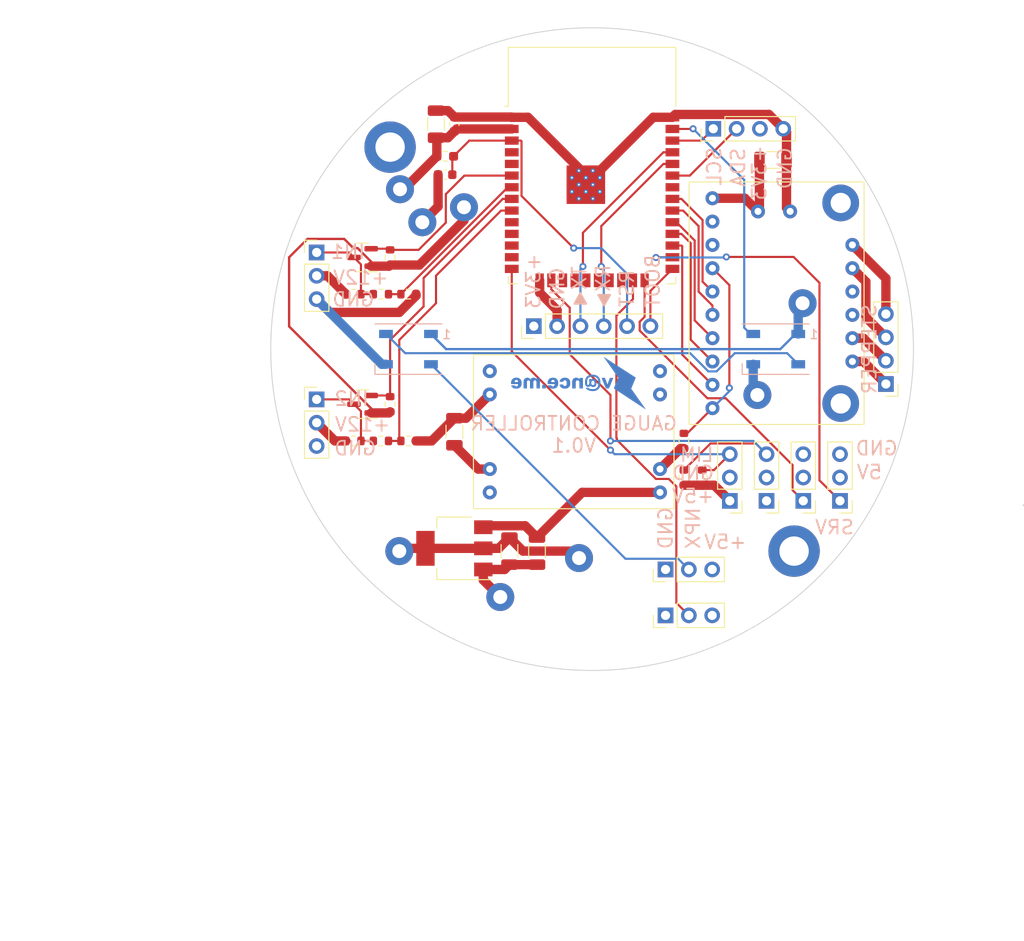
<source format=kicad_pcb>
(kicad_pcb (version 20211014) (generator pcbnew)
  (layers (0 "F.Cu" signal) (1 "In1.Cu" signal) (2 "In2.Cu" signal) (31 "B.Cu" signal) (34 "B.Paste" user) (35 "F.Paste" user) (36 "B.SilkS" user "B.Silkscreen") (37 "F.SilkS" user "F.Silkscreen") (38 "B.Mask" user) (39 "F.Mask" user) (44 "Edge.Cuts" user))
  (net 0 "")
  (net 1 "+12V")
  (net 2 "GND")
  (net 3 "+5V")
  (net 4 "+3V3")
  (net 5 "RESET")
  (net 6 "Net-(D1-Pad2)")
  (net 7 "NPX1")
  (net 8 "Net-(D2-Pad2)")
  (net 9 "SERVO_1")
  (net 10 "SERVO_2")
  (net 11 "SCL")
  (net 12 "SDA")
  (net 13 "Net-(J6-Pad1)")
  (net 14 "Net-(J8-Pad1)")
  (net 15 "TXDO_PROG")
  (net 16 "RXDI_PROG")
  (net 17 "BOOT")
  (net 18 "LOGIC_IN_1")
  (net 19 "LOGIC_IN_2")
  (net 20 "Net-(J5-Pad1)")
  (net 21 "ANALOG_IN_1")
  (net 22 "ANALOG_IN_2")
  (net 23 "B_IN_2")
  (net 24 "B_IN_1")
  (net 25 "STANDBY")
  (net 26 "A_IN_1")
  (net 27 "A_IN_2")
  (net 41 "LIMIT_1")
  (net 42 "LIMIT_2")
  (net 43 "Net-(J5-Pad2)")
  (net 44 "Net-(J5-Pad3)")
  (net 45 "Net-(J5-Pad4)")
  (net 46 "Net-(R1-Pad2)")
  (net 47 "NPX2")
  (footprint "Package_TO_SOT_SMD:SOT-23" (layer "F.Cu") (at 125 90.015 180)
    (fp_text reference "Q1" hide)
    (fp_text value "2N7002" hide)
  )
  (footprint "Connector_PinHeader_2.54mm:PinHeader_1x03_P2.54mm_Vertical" (layer "F.Cu") (at 177 116.525 180)
    (fp_text reference "J3" hide)
    (fp_text value "Servo 2" hide)
  )
  (footprint "Package_TO_SOT_SMD:SOT-223-3_TabPin2" (layer "F.Cu") (at 135 121.7 180)
    (fp_text reference "U2" hide)
    (fp_text value "AMS1117-3.3" hide)
  )
  (footprint "Capacitor_SMD:C_1206_3216Metric" (layer "F.Cu") (at 144 122 -90)
    (fp_text reference "C2" hide)
    (fp_text value "10u" hide)
  )
  (footprint "Connector_PinHeader_2.54mm:PinHeader_1x03_P2.54mm_Vertical" (layer "F.Cu") (at 158 129 90)
    (fp_text reference "J7" hide)
    (fp_text value "NPX2" hide)
  )
  (footprint "Connector_PinHeader_2.54mm:PinHeader_1x04_P2.54mm_Vertical" (layer "F.Cu") (at 163.2 76 90)
    (fp_text reference "J4" hide)
    (fp_text value "I2C" hide)
  )
  (footprint "Capacitor_SMD:C_1206_3216Metric" (layer "F.Cu") (at 141 122 -90)
    (fp_text reference "C3" hide)
    (fp_text value "10u" hide)
  )
  (footprint "MP1584:MP1584" (layer "F.Cu") (at 148 109)
    (fp_text reference "U1" hide)
    (fp_text value "MP1584" hide)
  )
  (footprint "Resistor_SMD:R_0603_1608Metric" (layer "F.Cu") (at 128 90.015 90)
    (fp_text reference "R3" hide)
    (fp_text value "10k" hide)
  )
  (footprint "Resistor_SMD:R_0603_1608Metric" (layer "F.Cu") (at 160 114 90)
    (fp_text reference "R12" hide)
    (fp_text value "10k" hide)
  )
  (footprint "Connector_PinHeader_2.54mm:PinHeader_1x03_P2.54mm_Vertical" (layer "F.Cu") (at 120 105.475)
    (fp_text reference "J8" hide)
    (fp_text value "INPUT_2" hide)
  )
  (footprint "Connector_PinHeader_2.54mm:PinHeader_1x03_P2.54mm_Vertical" (layer "F.Cu") (at 158 124 90)
    (fp_text reference "J12" hide)
    (fp_text value "NPX1" hide)
  )
  (footprint "Resistor_SMD:R_0603_1608Metric_Pad0.98x0.95mm_HandSolder" (layer "F.Cu") (at 134 79 180)
    (fp_text reference "R10" hide)
    (fp_text value "10k" hide)
  )
  (footprint "MountingHole:MountingHole_3.2mm_M3_DIN965_Pad" (layer "F.Cu") (at 172 122)
    (fp_text reference "REF**" hide)
    (fp_text value "MountingHole_3.2mm_M3_DIN965_Pad" hide)
  )
  (footprint "Connector_PinHeader_2.54mm:PinHeader_1x03_P2.54mm_Vertical" (layer "F.Cu") (at 173 116.525 180)
    (fp_text reference "J1" hide)
    (fp_text value "Servo 1" hide)
  )
  (footprint "Connector_PinHeader_2.54mm:PinHeader_1x06_P2.54mm_Vertical" (layer "F.Cu") (at 143.65 97.5 90)
    (fp_text reference "J9" hide)
    (fp_text value "PROG" hide)
  )
  (footprint "Resistor_SMD:R_0603_1608Metric" (layer "F.Cu") (at 162 114 90)
    (fp_text reference "R11" hide)
    (fp_text value "10k" hide)
  )
  (footprint "MountingHole:MountingHole_3.2mm_M3_DIN965_Pad" (layer "F.Cu") (at 128 78)
    (fp_text reference "REF**" hide)
    (fp_text value "MountingHole_3.2mm_M3_DIN965_Pad" hide)
  )
  (footprint "Connector_PinHeader_2.54mm:PinHeader_1x04_P2.54mm_Vertical" (layer "F.Cu") (at 182 103.8 180)
    (fp_text reference "J5" hide)
    (fp_text value "STEPPER" hide)
  )
  (footprint "Capacitor_SMD:C_1206_3216Metric" (layer "F.Cu") (at 133 75.5 90)
    (fp_text reference "C5" hide)
    (fp_text value "10u" hide)
  )
  (footprint "Resistor_SMD:R_0603_1608Metric" (layer "F.Cu") (at 124 110)
    (fp_text reference "R6" hide)
    (fp_text value "10k" hide)
  )
  (footprint "Connector_PinHeader_2.54mm:PinHeader_1x03_P2.54mm_Vertical" (layer "F.Cu") (at 169 116.525 180)
    (fp_text reference "J11" hide)
    (fp_text value "LIM2" hide)
  )
  (footprint "Connector_PinHeader_2.54mm:PinHeader_1x03_P2.54mm_Vertical" (layer "F.Cu") (at 120 89.475)
    (fp_text reference "J6" hide)
    (fp_text value "INPUT_1" hide)
  )
  (footprint "Resistor_SMD:R_0603_1608Metric" (layer "F.Cu") (at 128 106 90)
    (fp_text reference "R7" hide)
    (fp_text value "10k" hide)
  )
  (footprint "Resistor_SMD:R_0603_1608Metric" (layer "F.Cu") (at 127 94.015)
    (fp_text reference "R4" hide)
    (fp_text value "10k" hide)
  )
  (footprint "RF_Module:ESP32-WROOM-32" (layer "F.Cu") (at 150 83)
    (fp_text reference "U4" hide)
    (fp_text value "ESP32-WROOM-32D" hide)
  )
  (footprint "Resistor_SMD:R_0603_1608Metric" (layer "F.Cu") (at 130 94.015)
    (fp_text reference "R5" hide)
    (fp_text value "2k7" hide)
  )
  (footprint "Capacitor_SMD:C_1206_3216Metric" (layer "F.Cu") (at 169.7 79.4)
    (fp_text reference "C4" hide)
    (fp_text value "10u" hide)
  )
  (footprint "Capacitor_SMD:C_0603_1608Metric" (layer "F.Cu") (at 135 75.5 90)
    (fp_text reference "C6" hide)
    (fp_text value "100n" hide)
  )
  (footprint "Resistor_SMD:R_0603_1608Metric" (layer "F.Cu") (at 160 110 90)
    (fp_text reference "R1" hide)
    (fp_text value "10k" hide)
  )
  (footprint "Resistor_SMD:R_0603_1608Metric" (layer "F.Cu") (at 127 110)
    (fp_text reference "R8" hide)
    (fp_text value "10k" hide)
  )
  (footprint "Resistor_SMD:R_0603_1608Metric" (layer "F.Cu") (at 124 94.015)
    (fp_text reference "R2" hide)
    (fp_text value "10k" hide)
  )
  (footprint "Adafruit_TB6612:Adafruit_TB6612" (layer "F.Cu") (at 160.57 95)
    (fp_text reference "U3" hide)
    (fp_text value "Adafruit_TB6612" hide)
  )
  (footprint "Package_TO_SOT_SMD:SOT-23" (layer "F.Cu") (at 125 106 180)
    (fp_text reference "Q2" hide)
    (fp_text value "2N7002" hide)
  )
  (footprint "Capacitor_SMD:C_0603_1608Metric" (layer "F.Cu") (at 134 81 180)
    (fp_text reference "C7" hide)
    (fp_text value "1u" hide)
  )
  (footprint "Capacitor_SMD:C_1206_3216Metric" (layer "F.Cu") (at 135 109 90)
    (fp_text reference "C1" hide)
    (fp_text value "10u" hide)
  )
  (footprint "Resistor_SMD:R_0603_1608Metric" (layer "F.Cu") (at 130 110)
    (fp_text reference "R9" hide)
    (fp_text value "2k7" hide)
  )
  (footprint "Connector_PinHeader_2.54mm:PinHeader_1x03_P2.54mm_Vertical" (layer "F.Cu") (at 165 116.525 180)
    (fp_text reference "J10" hide)
    (fp_text value "LIM1" hide)
  )
  (footprint "v_logo:v_logo_15mm" (layer "B.Cu") (at 156 100.7 180)
    (fp_text reference "REF**" hide)
    (fp_text value "v_logo_15mm" hide)
  )
  (footprint "LED_SMD:LED_WS2812B_PLCC4_5.0x5.0mm_P3.2mm" (layer "B.Cu") (at 130 100 180)
    (fp_text reference "D2" hide)
    (fp_text value "WS2812B" hide)
  )
  (footprint "LED_SMD:LED_WS2812B_PLCC4_5.0x5.0mm_P3.2mm" (layer "B.Cu") (at 170 100 180)
    (fp_text reference "D1" hide)
    (fp_text value "WS2812B" hide)
  )
  (gr_circle (center 150 100) (end 185 100) (layer "Edge.Cuts") (width 0.1) (fill none))
  (gr_circle (center 197 117) (end 197 117) (layer "Edge.Cuts") (width 0.1) (fill none))
  (gr_text "GND" (at 124 94.6) (layer "B.SilkS") (effects (font (size 1.5 1.5) (thickness 0.2)) (justify mirror)))
  (gr_text "BOOT" (at 156.6 92.6 90) (layer "B.SilkS") (effects (font (size 1.5 1.5) (thickness 0.2)) (justify mirror)))
  (gr_text "+12V" (at 124.8 92.2) (layer "B.SilkS") (effects (font (size 1.5 1.5) (thickness 0.2)) (justify mirror)))
  (gr_text "+3V3" (at 143.6 92.6 90) (layer "B.SilkS") (effects (font (size 1.5 1.5) (thickness 0.2)) (justify mirror)))
  (gr_text "GND" (at 171 80.3 90) (layer "B.SilkS") (effects (font (size 1.5 1.5) (thickness 0.2)) (justify mirror)))
  (gr_text "IN1" (at 123.4 89.4) (layer "B.SilkS") (effects (font (size 1.5 1.5) (thickness 0.2)) (justify mirror)))
  (gr_text "NPX" (at 161 119.5 90) (layer "B.SilkS") (effects (font (size 1.5 1.5) (thickness 0.2)) (justify mirror)))
  (gr_text "LIM" (at 161.4 111.5) (layer "B.SilkS") (effects (font (size 1.5 1.5) (thickness 0.2)) (justify mirror)))
  (gr_text "GND" (at 181 110.8) (layer "B.SilkS") (effects (font (size 1.5 1.5) (thickness 0.2)) (justify mirror)))
  (gr_text "+5V" (at 161 116) (layer "B.SilkS") (effects (font (size 1.5 1.5) (thickness 0.2)) (justify mirror)))
  (gr_text "+3V3" (at 168.2 80.8 90) (layer "B.SilkS") (effects (font (size 1.5 1.5) (thickness 0.2)) (justify mirror)))
  (gr_text "5V" (at 180.2 113.4) (layer "B.SilkS") (effects (font (size 1.5 1.5) (thickness 0.2)) (justify mirror)))
  (gr_text "TX◀" (at 148.6 93.2 90) (layer "B.SilkS") (effects (font (size 1.5 1.5) (thickness 0.2)) (justify mirror)))
  (gr_text "+5V" (at 164.5 121) (layer "B.SilkS") (effects (font (size 1.5 1.5) (thickness 0.2)) (justify mirror)))
  (gr_text "GND" (at 146.2 93.4 90) (layer "B.SilkS") (effects (font (size 1.5 1.5) (thickness 0.2)) (justify mirror)))
  (gr_text "SCL" (at 163.3 80.1 90) (layer "B.SilkS") (effects (font (size 1.5 1.5) (thickness 0.2)) (justify mirror)))
  (gr_text "SDA" (at 165.9 80.2 90) (layer "B.SilkS") (effects (font (size 1.5 1.5) (thickness 0.2)) (justify mirror)))
  (gr_text "GND" (at 124.2 110.8) (layer "B.SilkS") (effects (font (size 1.5 1.5) (thickness 0.2)) (justify mirror)))
  (gr_text "GAUGE CONTROLLER\nV0.1" (at 148 109.3) (layer "B.SilkS") (effects (font (size 1.5 1.5) (thickness 0.2)) (justify mirror)))
  (gr_text "RX▶" (at 151.2 93.2 90) (layer "B.SilkS") (effects (font (size 1.5 1.5) (thickness 0.2)) (justify mirror)))
  (gr_text "RST" (at 153.8 93.4 90) (layer "B.SilkS") (effects (font (size 1.5 1.5) (thickness 0.2)) (justify mirror)))
  (gr_text "GND" (at 161 113.5) (layer "B.SilkS") (effects (font (size 1.5 1.5) (thickness 0.2)) (justify mirror)))
  (gr_text "IN2" (at 123.8 105.4) (layer "B.SilkS") (effects (font (size 1.5 1.5) (thickness 0.2)) (justify mirror)))
  (gr_text "+12V" (at 125 108.2) (layer "B.SilkS") (effects (font (size 1.5 1.5) (thickness 0.2)) (justify mirror)))
  (gr_text "GND" (at 158 119.5 90) (layer "B.SilkS") (effects (font (size 1.5 1.5) (thickness 0.2)) (justify mirror)))
  (gr_text "SRV" (at 176.4 119.4) (layer "B.SilkS") (effects (font (size 1.5 1.5) (thickness 0.2)) (justify mirror)))
  (gr_text "STEPPER" (at 180.2 100 90) (layer "B.SilkS") (effects (font (size 1.5 1.5) (thickness 0.2)) (justify mirror)))
  (segment (start 137.589 113.064) (end 135 110.475) (width 1.016) (layer "F.Cu") (net 1))
  (segment (start 121.175 92.015) (end 123.175 94.015) (width 1.016) (layer "F.Cu") (net 1))
  (segment (start 138.856 113.064) (end 137.589 113.064) (width 1.016) (layer "F.Cu") (net 1))
  (segment (start 121.985 110) (end 123.175 110) (width 1.016) (layer "F.Cu") (net 1))
  (segment (start 120 108.015) (end 121.985 110) (width 1.016) (layer "F.Cu") (net 1))
  (segment (start 120 92.015) (end 121.175 92.015) (width 1.016) (layer "F.Cu") (net 1))
  (segment (start 138.15 125.15) (end 140 127) (width 1.016) (layer "F.Cu") (net 2))
  (segment (start 143.016 74.75) (end 149.32 81.054) (width 1.016) (layer "F.Cu") (net 2))
  (segment (start 141 123.475) (end 144 123.475) (width 1.016) (layer "F.Cu") (net 2))
  (segment (start 140.475 124) (end 141 123.475) (width 1.016) (layer "F.Cu") (net 2))
  (segment (start 171.175 79.4) (end 171.175 84.605) (width 1.016) (layer "F.Cu") (net 2))
  (segment (start 156.66 74.75) (end 149.32 82.09) (width 1.016) (layer "F.Cu") (net 2))
  (segment (start 132.525 110) (end 135 107.525) (width 1.016) (layer "F.Cu") (net 2))
  (segment (start 158.75 74.75) (end 159.058 74.442) (width 1.016) (layer "F.Cu") (net 2))
  (segment (start 171.175 84.605) (end 171.57 85) (width 1.016) (layer "F.Cu") (net 2))
  (segment (start 171.175 79.4) (end 171.175 76.355) (width 1.016) (layer "F.Cu") (net 2))
  (segment (start 134.3 74.025) (end 135 74.725) (width 1.016) (layer "F.Cu") (net 2))
  (segment (start 135 74.725) (end 141.225 74.725) (width 1.016) (layer "F.Cu") (net 2))
  (segment (start 120 94.555) (end 121.445 96) (width 1.016) (layer "F.Cu") (net 2))
  (segment (start 144.29 92.51) (end 144.29 93.856) (width 1.016) (layer "F.Cu") (net 2))
  (segment (start 141.25 74.75) (end 143.016 74.75) (width 1.016) (layer "F.Cu") (net 2))
  (segment (start 144.29 93.856) (end 146.19 95.756) (width 1.016) (layer "F.Cu") (net 2))
  (segment (start 129 96) (end 130.825 94.175) (width 1.016) (layer "F.Cu") (net 2))
  (segment (start 130.825 94.175) (end 130.825 94.015) (width 1.016) (layer "F.Cu") (net 2))
  (segment (start 149.32 81.054) (end 149.32 82.09) (width 1.016) (layer "F.Cu") (net 2))
  (segment (start 133.225 84.465) (end 131.51 86.18) (width 1.016) (layer "F.Cu") (net 2))
  (segment (start 133.225 81) (end 133.225 84.465) (width 1.016) (layer "F.Cu") (net 2))
  (segment (start 135 107.525) (end 136.267 107.525) (width 1.016) (layer "F.Cu") (net 2))
  (segment (start 171.175 76.355) (end 170.82 76) (width 1.016) (layer "F.Cu") (net 2))
  (segment (start 169.262 74.442) (end 170.82 76) (width 1.016) (layer "F.Cu") (net 2))
  (segment (start 121.445 96) (end 129 96) (width 1.016) (layer "F.Cu") (net 2))
  (segment (start 158.75 74.75) (end 156.66 74.75) (width 1.016) (layer "F.Cu") (net 2))
  (segment (start 146.19 95.756) (end 146.19 97.5) (width 1.016) (layer "F.Cu") (net 2))
  (segment (start 159.058 74.442) (end 169.262 74.442) (width 1.016) (layer "F.Cu") (net 2))
  (segment (start 138.15 124) (end 140.475 124) (width 1.016) (layer "F.Cu") (net 2))
  (segment (start 138.15 124) (end 138.15 125.15) (width 1.016) (layer "F.Cu") (net 2))
  (segment (start 141.225 74.725) (end 141.25 74.75) (width 1.016) (layer "F.Cu") (net 2))
  (segment (start 136.267 107.525) (end 138.856 104.936) (width 1.016) (layer "F.Cu") (net 2))
  (segment (start 130.825 110) (end 132.525 110) (width 1.016) (layer "F.Cu") (net 2))
  (segment (start 133 74.025) (end 134.3 74.025) (width 1.016) (layer "F.Cu") (net 2))
  (via (at 131.51 86.18) (size 3.048) (drill 1.524) (layers "F.Cu" "B.Cu") (net 2))
  (via (at 140 127) (size 3.048) (drill 1.524) (layers "F.Cu" "B.Cu") (net 2))
  (via (at 168 105) (size 3.048) (drill 1.524) (layers "F.Cu" "B.Cu") (net 2))
  (segment (start 127.095 101.65) (end 127.55 101.65) (width 1.016) (layer "B.Cu") (net 2))
  (segment (start 167.55 104.55) (end 168 105) (width 1.016) (layer "B.Cu") (net 2))
  (segment (start 167.55 101.65) (end 167.55 104.55) (width 1.016) (layer "B.Cu") (net 2))
  (segment (start 120 94.555) (end 127.095 101.65) (width 1.016) (layer "B.Cu") (net 2))
  (segment (start 148.921 115.604) (end 157.398 115.604) (width 1.016) (layer "F.Cu") (net 3))
  (segment (start 144 120.525) (end 148.921 115.604) (width 1.016) (layer "F.Cu") (net 3))
  (segment (start 163.3 114.825) (end 165 116.525) (width 1.016) (layer "F.Cu") (net 3))
  (segment (start 138.15 119.4) (end 138.308 119.242) (width 1.016) (layer "F.Cu") (net 3))
  (segment (start 168.225 84.845) (end 168.07 85) (width 1.016) (layer "F.Cu") (net 3))
  (segment (start 162 114.825) (end 160 114.825) (width 1.016) (layer "F.Cu") (net 3))
  (segment (start 159.637 110.825) (end 157.398 113.064) (width 1.016) (layer "F.Cu") (net 3))
  (segment (start 160 110.825) (end 159.637 110.825) (width 1.016) (layer "F.Cu") (net 3))
  (segment (start 142.717 119.242) (end 144 120.525) (width 1.016) (layer "F.Cu") (net 3))
  (segment (start 163.11 83.57) (end 166.64 83.57) (width 1.016) (layer "F.Cu") (net 3))
  (segment (start 168.225 79.4) (end 168.225 84.845) (width 1.016) (layer "F.Cu") (net 3))
  (segment (start 162 114.825) (end 163.3 114.825) (width 1.016) (layer "F.Cu") (net 3))
  (segment (start 166.64 83.57) (end 168.07 85) (width 1.016) (layer "F.Cu") (net 3))
  (segment (start 138.308 119.242) (end 142.717 119.242) (width 1.016) (layer "F.Cu") (net 3))
  (via (at 172.92536 95) (size 3.048) (drill 1.524) (layers "F.Cu" "B.Cu") (net 3))
  (segment (start 134.1 100) (end 170.5 100) (width 0.254) (layer "B.Cu") (net 3))
  (segment (start 170.5 100) (end 172.15 98.35) (width 0.254) (layer "B.Cu") (net 3))
  (segment (start 172.45 95.47536) (end 172.92536 95) (width 1.016) (layer "B.Cu") (net 3))
  (segment (start 172.45 98.35) (end 172.45 95.47536) (width 1.016) (layer "B.Cu") (net 3))
  (segment (start 132.45 98.35) (end 134.1 100) (width 0.254) (layer "B.Cu") (net 3))
  (segment (start 172.15 98.35) (end 172.45 98.35) (width 0.254) (layer "B.Cu") (net 3))
  (segment (start 124.45958 89) (end 125.9375 90.47792) (width 0.254) (layer "F.Cu") (net 4))
  (segment (start 129.3 121.7) (end 129 122) (width 1.016) (layer "F.Cu") (net 4))
  (segment (start 125.9375 106.95) (end 125.9375 106.46292) (width 0.254) (layer "F.Cu") (net 4))
  (segment (start 125.9375 90.965) (end 127.875 90.965) (width 1.016) (layer "F.Cu") (net 4))
  (segment (start 125.9375 90.47792) (end 125.9375 90.965) (width 0.254) (layer "F.Cu") (net 4))
  (segment (start 129.501464 82.586036) (end 129.078567 82.586036) (width 1.016) (layer "F.Cu") (net 4))
  (segment (start 131.85 121.7) (end 129.3 121.7) (width 1.016) (layer "F.Cu") (net 4))
  (segment (start 131.186002 90.84) (end 136.043244 85.982758) (width 1.016) (layer "F.Cu") (net 4))
  (segment (start 117 97.52542) (end 117 90) (width 0.254) (layer "F.Cu") (net 4))
  (segment (start 138.15 121.7) (end 131.85 121.7) (width 1.016) (layer "F.Cu") (net 4))
  (segment (start 125.9375 106.95) (end 127.875 106.95) (width 1.016) (layer "F.Cu") (net 4))
  (segment (start 128 90.84) (end 131.186002 90.84) (width 1.016) (layer "F.Cu") (net 4))
  (segment (start 127.875 106.95) (end 128 106.825) (width 1.016) (layer "F.Cu") (net 4))
  (segment (start 117 90) (end 119 88) (width 0.254) (layer "F.Cu") (net 4))
  (segment (start 133.0875 79) (end 129.501464 82.586036) (width 1.016) (layer "F.Cu") (net 4))
  (segment (start 139.825 121.7) (end 138.15 121.7) (width 1.016) (layer "F.Cu") (net 4))
  (segment (start 125.9375 106.46292) (end 117 97.52542) (width 0.254) (layer "F.Cu") (net 4))
  (segment (start 147.821409 122) (end 148.577909 122.7565) (width 1.016) (layer "F.Cu") (net 4))
  (segment (start 133 76.975) (end 134.3 76.975) (width 1.016) (layer "F.Cu") (net 4))
  (segment (start 135 76.275) (end 135.255 76.02) (width 1.016) (layer "F.Cu") (net 4))
  (segment (start 141 120.525) (end 142.475 122) (width 1.016) (layer "F.Cu") (net 4))
  (segment (start 127.875 90.965) (end 128 90.84) (width 1.016) (layer "F.Cu") (net 4))
  (segment (start 142.475 122) (end 147.821409 122) (width 1.016) (layer "F.Cu") (net 4))
  (segment (start 133.0875 79) (end 133.0875 77.0625) (width 1.016) (layer "F.Cu") (net 4))
  (segment (start 135.255 76.02) (end 141.25 76.02) (width 1.016) (layer "F.Cu") (net 4))
  (segment (start 133.0875 77.0625) (end 133 76.975) (width 1.016) (layer "F.Cu") (net 4))
  (segment (start 123 88) (end 124 89) (width 0.254) (layer "F.Cu") (net 4))
  (segment (start 119 88) (end 123 88) (width 0.254) (layer "F.Cu") (net 4))
  (segment (start 141 120.525) (end 139.825 121.7) (width 1.016) (layer "F.Cu") (net 4))
  (segment (start 136.043244 85.982758) (end 136.043244 84.545917) (width 1.016) (layer "F.Cu") (net 4))
  (segment (start 134.3 76.975) (end 135 76.275) (width 1.016) (layer "F.Cu") (net 4))
  (segment (start 124 89) (end 124.45958 89) (width 0.254) (layer "F.Cu") (net 4))
  (via (at 129 122) (size 3.048) (drill 1.524) (layers "F.Cu" "B.Cu") (net 4))
  (via (at 129.078567 82.586036) (size 3.048) (drill 1.524) (layers "F.Cu" "B.Cu") (net 4))
  (via (at 136.043244 84.545917) (size 3.048) (drill 1.524) (layers "F.Cu" "B.Cu") (net 4))
  (via (at 148.577909 122.7565) (size 3.048) (drill 1.524) (layers "F.Cu" "B.Cu") (net 4))
  (segment (start 134.775 81) (end 134.775 79.1375) (width 0.23114) (layer "F.Cu") (net 5))
  (segment (start 134.9125 79) (end 136.6225 77.29) (width 0.23114) (layer "F.Cu") (net 5))
  (segment (start 136.6225 77.29) (end 141.25 77.29) (width 0.23114) (layer "F.Cu") (net 5))
  (segment (start 148 89) (end 142.31557 83.31557) (width 0.23114) (layer "F.Cu") (net 5))
  (segment (start 142.23114 77.29) (end 141.25 77.29) (width 0.23114) (layer "F.Cu") (net 5))
  (segment (start 142.31557 77.37443) (end 142.23114 77.29) (width 0.23114) (layer "F.Cu") (net 5))
  (segment (start 142.31557 83.31557) (end 142.31557 77.37443) (width 0.23114) (layer "F.Cu") (net 5))
  (segment (start 134.775 79.1375) (end 134.9125 79) (width 0.23114) (layer "F.Cu") (net 5))
  (via (at 148 89) (size 0.762) (drill 0.381) (layers "F.Cu" "B.Cu") (net 5))
  (segment (start 153.81 97.5) (end 153.81 91.81) (width 0.23114) (layer "B.Cu") (net 5))
  (segment (start 153.81 91.81) (end 151 89) (width 0.23114) (layer "B.Cu") (net 5))
  (segment (start 151 89) (end 148 89) (width 0.23114) (layer "B.Cu") (net 5))
  (segment (start 162.663655 102.42757) (end 160.678156 100.442071) (width 0.23114) (layer "B.Cu") (net 6))
  (segment (start 165.541844 100.442071) (end 163.556345 102.42757) (width 0.23114) (layer "B.Cu") (net 6))
  (segment (start 163.556345 102.42757) (end 162.663655 102.42757) (width 0.23114) (layer "B.Cu") (net 6))
  (segment (start 129.642071 100.442071) (end 127.55 98.35) (width 0.23114) (layer "B.Cu") (net 6))
  (segment (start 171.242071 100.442071) (end 165.541844 100.442071) (width 0.23114) (layer "B.Cu") (net 6))
  (segment (start 160.678156 100.442071) (end 129.642071 100.442071) (width 0.23114) (layer "B.Cu") (net 6))
  (segment (start 172.45 101.65) (end 171.242071 100.442071) (width 0.23114) (layer "B.Cu") (net 6))
  (segment (start 158.75 76.02) (end 160.98 76.02) (width 0.23114) (layer "F.Cu") (net 7))
  (segment (start 160.98 76.02) (end 161 76) (width 0.23114) (layer "F.Cu") (net 7))
  (via (at 161 76) (size 0.762) (drill 0.381) (layers "F.Cu" "B.Cu") (net 7))
  (segment (start 166.56886 97.66886) (end 167.25 98.35) (width 0.23114) (layer "B.Cu") (net 7))
  (segment (start 161 76) (end 166.56886 81.56886) (width 0.23114) (layer "B.Cu") (net 7))
  (segment (start 167.25 98.35) (end 167.55 98.35) (width 0.23114) (layer "B.Cu") (net 7))
  (segment (start 166.56886 81.56886) (end 166.56886 97.66886) (width 0.23114) (layer "B.Cu") (net 7))
  (segment (start 132.45 101.65) (end 153.63443 122.83443) (width 0.23114) (layer "B.Cu") (net 8))
  (segment (start 159.37443 122.83443) (end 160.54 124) (width 0.23114) (layer "B.Cu") (net 8))
  (segment (start 153.63443 122.83443) (end 159.37443 122.83443) (width 0.23114) (layer "B.Cu") (net 8))
  (segment (start 155.72 92.51) (end 155.72 96.481635) (width 0.23114) (layer "F.Cu") (net 9))
  (segment (start 162.554065 105.35243) (end 164.555795 105.35243) (width 0.23114) (layer "F.Cu") (net 9))
  (segment (start 171.83443 112.631065) (end 171.83443 115.35943) (width 0.23114) (layer "F.Cu") (net 9))
  (segment (start 155.18443 97.017205) (end 155.18443 97.982795) (width 0.23114) (layer "F.Cu") (net 9))
  (segment (start 164.555795 105.35243) (end 171.83443 112.631065) (width 0.23114) (layer "F.Cu") (net 9))
  (segment (start 171.83443 115.35943) (end 173 116.525) (width 0.23114) (layer "F.Cu") (net 9))
  (segment (start 155.18443 97.982795) (end 162.554065 105.35243) (width 0.23114) (layer "F.Cu") (net 9))
  (segment (start 155.72 96.481635) (end 155.18443 97.017205) (width 0.23114) (layer "F.Cu") (net 9))
  (segment (start 156.99 89.99) (end 156.96 90.02) (width 0.23114) (layer "F.Cu") (net 10))
  (segment (start 174.76443 92.77443) (end 174.76443 114.28943) (width 0.23114) (layer "F.Cu") (net 10))
  (segment (start 164.62 89.96) (end 171.95 89.96) (width 0.23114) (layer "F.Cu") (net 10))
  (segment (start 174.76443 114.28943) (end 177 116.525) (width 0.23114) (layer "F.Cu") (net 10))
  (segment (start 158.75 89.99) (end 156.99 89.99) (width 0.23114) (layer "F.Cu") (net 10))
  (segment (start 171.95 89.96) (end 174.76443 92.77443) (width 0.23114) (layer "F.Cu") (net 10))
  (via (at 164.62 89.96) (size 0.762) (drill 0.381) (layers "F.Cu" "B.Cu") (net 10))
  (via (at 156.96 90.02) (size 0.762) (drill 0.381) (layers "F.Cu" "B.Cu") (net 10))
  (segment (start 156.96 90.02) (end 164.56 90.02) (width 0.23114) (layer "B.Cu") (net 10))
  (segment (start 164.56 90.02) (end 164.62 89.96) (width 0.23114) (layer "B.Cu") (net 10))
  (segment (start 163.2 76) (end 161.91 77.29) (width 0.23114) (layer "F.Cu") (net 11))
  (segment (start 161.91 77.29) (end 158.75 77.29) (width 0.23114) (layer "F.Cu") (net 11))
  (segment (start 160.64 81.1) (end 165.74 76) (width 0.23114) (layer "F.Cu") (net 12))
  (segment (start 158.75 81.1) (end 160.64 81.1) (width 0.23114) (layer "F.Cu") (net 12))
  (segment (start 124.825 94.015) (end 126.175 94.015) (width 0.23114) (layer "F.Cu") (net 13))
  (segment (start 124.825 90.7775) (end 124.825 94.015) (width 0.23114) (layer "F.Cu") (net 13))
  (segment (start 123.5225 89.475) (end 124.0625 90.015) (width 0.23114) (layer "F.Cu") (net 13))
  (segment (start 124.0625 90.015) (end 124.825 90.7775) (width 0.23114) (layer "F.Cu") (net 13))
  (segment (start 120 89.475) (end 123.5225 89.475) (width 0.23114) (layer "F.Cu") (net 13))
  (segment (start 123.5375 105.475) (end 124.0625 106) (width 0.23114) (layer "F.Cu") (net 14))
  (segment (start 120 105.475) (end 123.5375 105.475) (width 0.23114) (layer "F.Cu") (net 14))
  (segment (start 124.825 106.7625) (end 124.0625 106) (width 0.23114) (layer "F.Cu") (net 14))
  (segment (start 124.825 110) (end 124.825 106.7625) (width 0.23114) (layer "F.Cu") (net 14))
  (segment (start 124.825 110) (end 126.175 110) (width 0.23114) (layer "F.Cu") (net 14))
  (segment (start 149 87.32886) (end 149 91) (width 0.23114) (layer "F.Cu") (net 15))
  (segment (start 157.76886 78.56) (end 149 87.32886) (width 0.23114) (layer "F.Cu") (net 15))
  (segment (start 158.75 78.56) (end 157.76886 78.56) (width 0.23114) (layer "F.Cu") (net 15))
  (via (at 149 91) (size 0.762) (drill 0.381) (layers "F.Cu" "B.Cu") (net 15))
  (segment (start 149 91) (end 148.73 91.27) (width 0.23114) (layer "B.Cu") (net 15))
  (segment (start 148.73 91.27) (end 148.73 97.5) (width 0.23114) (layer "B.Cu") (net 15))
  (segment (start 158.75 79.83) (end 157.76886 79.83) (width 0.23114) (layer "F.Cu") (net 16))
  (segment (start 151 86.59886) (end 151 91) (width 0.23114) (layer "F.Cu") (net 16))
  (segment (start 157.76886 79.83) (end 151 86.59886) (width 0.23114) (layer "F.Cu") (net 16))
  (via (at 151 91) (size 0.762) (drill 0.381) (layers "F.Cu" "B.Cu") (net 16))
  (segment (start 151.27 91.27) (end 151.27 97.5) (width 0.23114) (layer "B.Cu") (net 16))
  (segment (start 151 91) (end 151.27 91.27) (width 0.23114) (layer "B.Cu") (net 16))
  (segment (start 156.35 97.5) (end 156.35 93.66) (width 0.23114) (layer "F.Cu") (net 17))
  (segment (start 156.35 93.66) (end 158.75 91.26) (width 0.23114) (layer "F.Cu") (net 17))
  (segment (start 128 89.19) (end 131.100838 89.19) (width 0.23114) (layer "F.Cu") (net 18))
  (segment (start 134.06907 83.12093) (end 136.09 81.1) (width 0.23114) (layer "F.Cu") (net 18))
  (segment (start 127.875 89.065) (end 128 89.19) (width 0.23114) (layer "F.Cu") (net 18))
  (segment (start 136.09 81.1) (end 141.25 81.1) (width 0.23114) (layer "F.Cu") (net 18))
  (segment (start 131.100838 89.19) (end 134.06907 86.221768) (width 0.23114) (layer "F.Cu") (net 18))
  (segment (start 125.9375 89.065) (end 127.875 89.065) (width 0.23114) (layer "F.Cu") (net 18))
  (segment (start 134.06907 86.221768) (end 134.06907 83.12093) (width 0.23114) (layer "F.Cu") (net 18))
  (segment (start 131.64857 92.26029) (end 140.26886 83.64) (width 0.23114) (layer "F.Cu") (net 19))
  (segment (start 128 99) (end 131.64857 95.35143) (width 0.23114) (layer "F.Cu") (net 19))
  (segment (start 140.26886 83.64) (end 141.25 83.64) (width 0.23114) (layer "F.Cu") (net 19))
  (segment (start 128 105.175) (end 128 99) (width 0.23114) (layer "F.Cu") (net 19))
  (segment (start 131.64857 95.35143) (end 131.64857 92.26029) (width 0.23114) (layer "F.Cu") (net 19))
  (segment (start 125.9375 105.05) (end 127.875 105.05) (width 0.23114) (layer "F.Cu") (net 19))
  (segment (start 127.875 105.05) (end 128 105.175) (width 0.23114) (layer "F.Cu") (net 19))
  (segment (start 178.35 101.35) (end 179.55 101.35) (width 1.016) (layer "F.Cu") (net 20))
  (segment (start 179.55 101.35) (end 182 103.8) (width 1.016) (layer "F.Cu") (net 20))
  (segment (start 140.82 82.37) (end 141.25 82.37) (width 0.23114) (layer "F.Cu") (net 21))
  (segment (start 127.825 94.015) (end 129.175 94.015) (width 0.23114) (layer "F.Cu") (net 21))
  (segment (start 129.175 94.015) (end 140.82 82.37) (width 0.23114) (layer "F.Cu") (net 21))
  (segment (start 129 99) (end 133 95) (width 0.23114) (layer "F.Cu") (net 22))
  (segment (start 133 95) (end 133 92) (width 0.23114) (layer "F.Cu") (net 22))
  (segment (start 129.175 110) (end 129 109.825) (width 0.23114) (layer "F.Cu") (net 22))
  (segment (start 133 92) (end 140.09 84.91) (width 0.23114) (layer "F.Cu") (net 22))
  (segment (start 140.09 84.91) (end 141.25 84.91) (width 0.23114) (layer "F.Cu") (net 22))
  (segment (start 127.825 110) (end 129.175 110) (width 0.23114) (layer "F.Cu") (net 22))
  (segment (start 129 109.825) (end 129 99) (width 0.23114) (layer "F.Cu") (net 22))
  (segment (start 162.03243 85.94129) (end 162.03243 92.65243) (width 0.23114) (layer "F.Cu") (net 23))
  (segment (start 162.03243 92.65243) (end 163.11 93.73) (width 0.23114) (layer "F.Cu") (net 23))
  (segment (start 158.75 83.64) (end 159.73114 83.64) (width 0.23114) (layer "F.Cu") (net 23))
  (segment (start 159.73114 83.64) (end 162.03243 85.94129) (width 0.23114) (layer "F.Cu") (net 23))
  (segment (start 163.11 95.253915) (end 163.11 96.27) (width 0.23114) (layer "F.Cu") (net 24))
  (segment (start 159.91 84.91) (end 161.60129 86.60129) (width 0.23114) (layer "F.Cu") (net 24))
  (segment (start 158.75 84.91) (end 159.91 84.91) (width 0.23114) (layer "F.Cu") (net 24))
  (segment (start 161.60129 93.745205) (end 163.11 95.253915) (width 0.23114) (layer "F.Cu") (net 24))
  (segment (start 161.60129 86.60129) (end 161.60129 93.745205) (width 0.23114) (layer "F.Cu") (net 24))
  (segment (start 161.170649 88.170649) (end 161.170649 96.870649) (width 0.23114) (layer "F.Cu") (net 25))
  (segment (start 158.75 86.18) (end 159.18 86.18) (width 0.23114) (layer "F.Cu") (net 25))
  (segment (start 161.170649 96.870649) (end 163.11 98.81) (width 0.23114) (layer "F.Cu") (net 25))
  (segment (start 159.18 86.18) (end 161.170649 88.170649) (width 0.23114) (layer "F.Cu") (net 25))
  (segment (start 158.75 87.45) (end 159.73114 87.45) (width 0.23114) (layer "F.Cu") (net 26))
  (segment (start 160.74 88.45886) (end 160.74 98.98) (width 0.23114) (layer "F.Cu") (net 26))
  (segment (start 160.74 98.98) (end 163.11 101.35) (width 0.23114) (layer "F.Cu") (net 26))
  (segment (start 159.73114 87.45) (end 160.74 88.45886) (width 0.23114) (layer "F.Cu") (net 26))
  (segment (start 158.75 88.72) (end 159.73114 88.72) (width 0.23114) (layer "F.Cu") (net 27))
  (segment (start 159.81557 100.59557) (end 163.11 103.89) (width 0.23114) (layer "F.Cu") (net 27))
  (segment (start 159.73114 88.72) (end 159.81557 88.80443) (width 0.23114) (layer "F.Cu") (net 27))
  (segment (start 159.81557 88.80443) (end 159.81557 100.59557) (width 0.23114) (layer "F.Cu") (net 27))
  (segment (start 141.25 91.26) (end 141.25 100.25) (width 0.23114) (layer "F.Cu") (net 41))
  (segment (start 141.25 100.25) (end 152 111) (width 0.23114) (layer "F.Cu") (net 41))
  (segment (start 163.27 113.175) (end 165 111.445) (width 0.23114) (layer "F.Cu") (net 41))
  (segment (start 162 113.175) (end 163.27 113.175) (width 0.23114) (layer "F.Cu") (net 41))
  (via (at 152 111) (size 0.762) (drill 0.381) (layers "F.Cu" "B.Cu") (net 41))
  (segment (start 152.445 111.445) (end 165 111.445) (width 0.23114) (layer "B.Cu") (net 41))
  (segment (start 152 111) (end 152.445 111.445) (width 0.23114) (layer "B.Cu") (net 41))
  (segment (start 160 113.175) (end 162.89557 110.27943) (width 0.23114) (layer "F.Cu") (net 42))
  (segment (start 167.83443 110.27943) (end 169 111.445) (width 0.23114) (layer "F.Cu") (net 42))
  (segment (start 152 105) (end 152 110) (width 0.23114) (layer "F.Cu") (net 42))
  (segment (start 148 101) (end 152 105) (width 0.23114) (layer "F.Cu") (net 42))
  (segment (start 162.89557 110.27943) (end 167.83443 110.27943) (width 0.23114) (layer "F.Cu") (net 42))
  (segment (start 147.56443 100.56443) (end 148 101) (width 0.23114) (layer "F.Cu") (net 42))
  (segment (start 147.56443 95.49557) (end 147.56443 100.56443) (width 0.23114) (layer "F.Cu") (net 42))
  (segment (start 145.56 93.49114) (end 147.56443 95.49557) (width 0.23114) (layer "F.Cu") (net 42))
  (segment (start 145.56 92.51) (end 145.56 93.49114) (width 0.23114) (layer "F.Cu") (net 42))
  (via (at 152 110) (size 0.762) (drill 0.381) (layers "F.Cu" "B.Cu") (net 42))
  (segment (start 167.555 110) (end 169 111.445) (width 0.23114) (layer "B.Cu") (net 42))
  (segment (start 152 110) (end 167.555 110) (width 0.23114) (layer "B.Cu") (net 42))
  (segment (start 179.55 98.81) (end 182 101.26) (width 1.016) (layer "F.Cu") (net 43))
  (segment (start 178.35 98.81) (end 179.55 98.81) (width 1.016) (layer "F.Cu") (net 43))
  (segment (start 179.82 96.54) (end 182 98.72) (width 1.016) (layer "F.Cu") (net 44))
  (segment (start 179.82 92.66) (end 179.82 96.54) (width 1.016) (layer "F.Cu") (net 44))
  (segment (start 178.35 91.19) (end 179.82 92.66) (width 1.016) (layer "F.Cu") (net 44))
  (segment (start 182 92.3) (end 182 96.18) (width 1.016) (layer "F.Cu") (net 45))
  (segment (start 178.35 88.65) (end 182 92.3) (width 1.016) (layer "F.Cu") (net 45))
  (segment (start 160 109.175) (end 160.365 109.175) (width 0.23114) (layer "F.Cu") (net 46))
  (segment (start 164.95 93.03) (end 164.95 104.23) (width 0.23114) (layer "F.Cu") (net 46))
  (segment (start 160.365 109.175) (end 163.11 106.43) (width 0.23114) (layer "F.Cu") (net 46))
  (segment (start 163.11 91.19) (end 164.95 93.03) (width 0.23114) (layer "F.Cu") (net 46))
  (via (at 164.95 104.23) (size 0.762) (drill 0.381) (layers "F.Cu" "B.Cu") (net 46))
  (segment (start 164.95 104.23) (end 164.95 104.59) (width 0.23114) (layer "B.Cu") (net 46))
  (segment (start 164.95 104.59) (end 163.11 106.43) (width 0.23114) (layer "B.Cu") (net 46))
  (segment (start 152.69607 109.711678) (end 152.69607 109.885985) (width 0.23114) (layer "F.Cu") (net 47))
  (segment (start 152.69607 109.885985) (end 156.951655 114.14157) (width 0.23114) (layer "F.Cu") (net 47))
  (segment (start 156.951655 114.14157) (end 158.354373 114.14157) (width 0.23114) (layer "F.Cu") (net 47))
  (segment (start 154.45 92.51) (end 154.45 94.55) (width 0.23114) (layer "F.Cu") (net 47))
  (segment (start 152.64443 109.660038) (end 152.69607 109.711678) (width 0.23114) (layer "F.Cu") (net 47))
  (segment (start 158.354373 114.14157) (end 159.176929 114.964126) (width 0.23114) (layer "F.Cu") (net 47))
  (segment (start 159.176929 127.636929) (end 160.54 129) (width 0.23114) (layer "F.Cu") (net 47))
  (segment (start 152.64443 96.35557) (end 152.64443 109.660038) (width 0.23114) (layer "F.Cu") (net 47))
  (segment (start 154.45 94.55) (end 152.64443 96.35557) (width 0.23114) (layer "F.Cu") (net 47))
  (segment (start 159.176929 114.964126) (end 159.176929 127.636929) (width 0.23114) (layer "F.Cu") (net 47))
)
</source>
